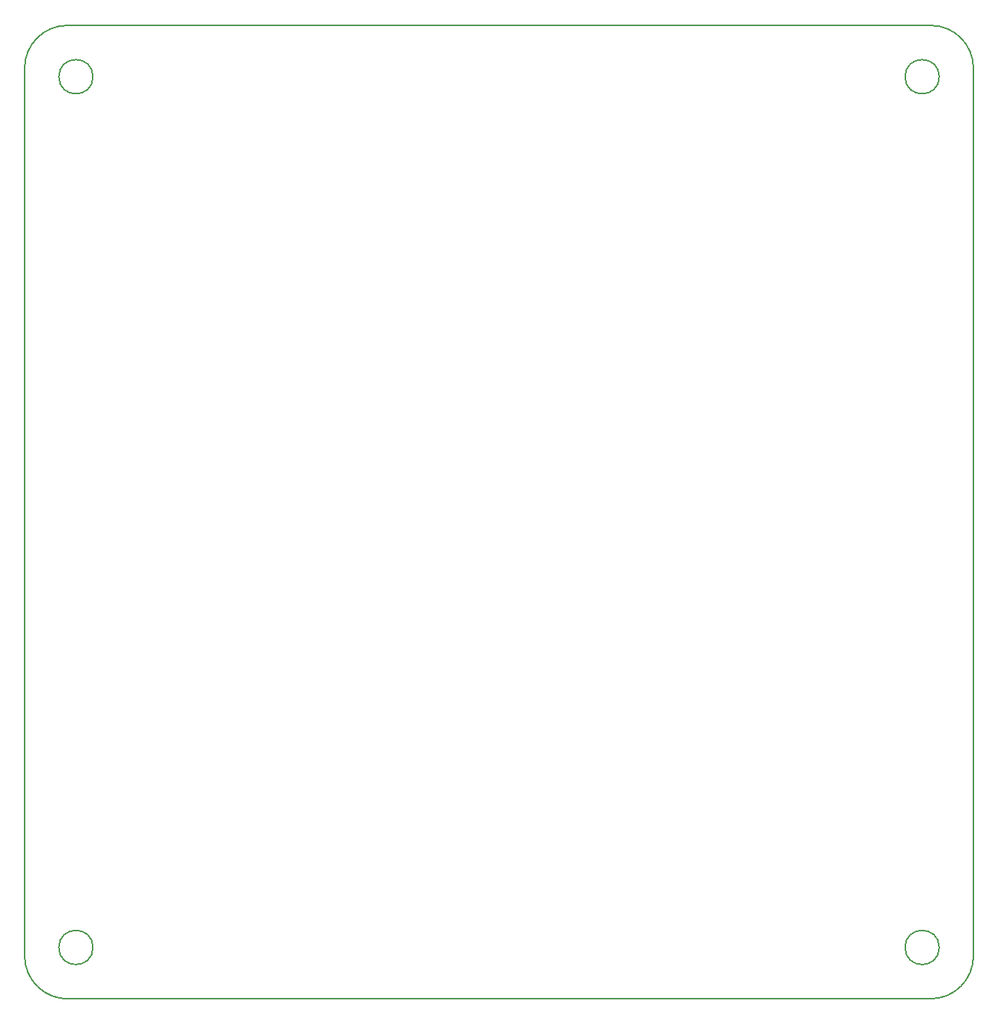
<source format=gbr>
%TF.GenerationSoftware,KiCad,Pcbnew,(6.0.10)*%
%TF.CreationDate,2023-01-05T01:40:23+01:00*%
%TF.ProjectId,obs-studio-controller,6f62732d-7374-4756-9469-6f2d636f6e74,rev?*%
%TF.SameCoordinates,Original*%
%TF.FileFunction,Profile,NP*%
%FSLAX46Y46*%
G04 Gerber Fmt 4.6, Leading zero omitted, Abs format (unit mm)*
G04 Created by KiCad (PCBNEW (6.0.10)) date 2023-01-05 01:40:23*
%MOMM*%
%LPD*%
G01*
G04 APERTURE LIST*
%TA.AperFunction,Profile*%
%ADD10C,0.200000*%
%TD*%
G04 APERTURE END LIST*
D10*
X98000000Y-75000000D02*
X-2950000Y-74999999D01*
X98000000Y-75000000D02*
G75*
G03*
X103000000Y-70000000I0J5000000D01*
G01*
X-3000000Y38800000D02*
X98000000Y38800000D01*
X-8000249Y-70000000D02*
G75*
G03*
X-2950000Y-74999999I5000248J-1D01*
G01*
X-8000249Y-70000000D02*
X-8000000Y33800000D01*
X0Y32800000D02*
G75*
G03*
X0Y32800000I-2000000J0D01*
G01*
X99000000Y32800000D02*
G75*
G03*
X99000000Y32800000I-2000000J0D01*
G01*
X103000000Y33800000D02*
G75*
G03*
X98000000Y38800000I-5000000J0D01*
G01*
X-3000000Y38800000D02*
G75*
G03*
X-8000000Y33800000I0J-5000000D01*
G01*
X103000000Y33800000D02*
X103000000Y-70000000D01*
X0Y-69000000D02*
G75*
G03*
X0Y-69000000I-2000000J0D01*
G01*
X99000000Y-69000000D02*
G75*
G03*
X99000000Y-69000000I-2000000J0D01*
G01*
M02*

</source>
